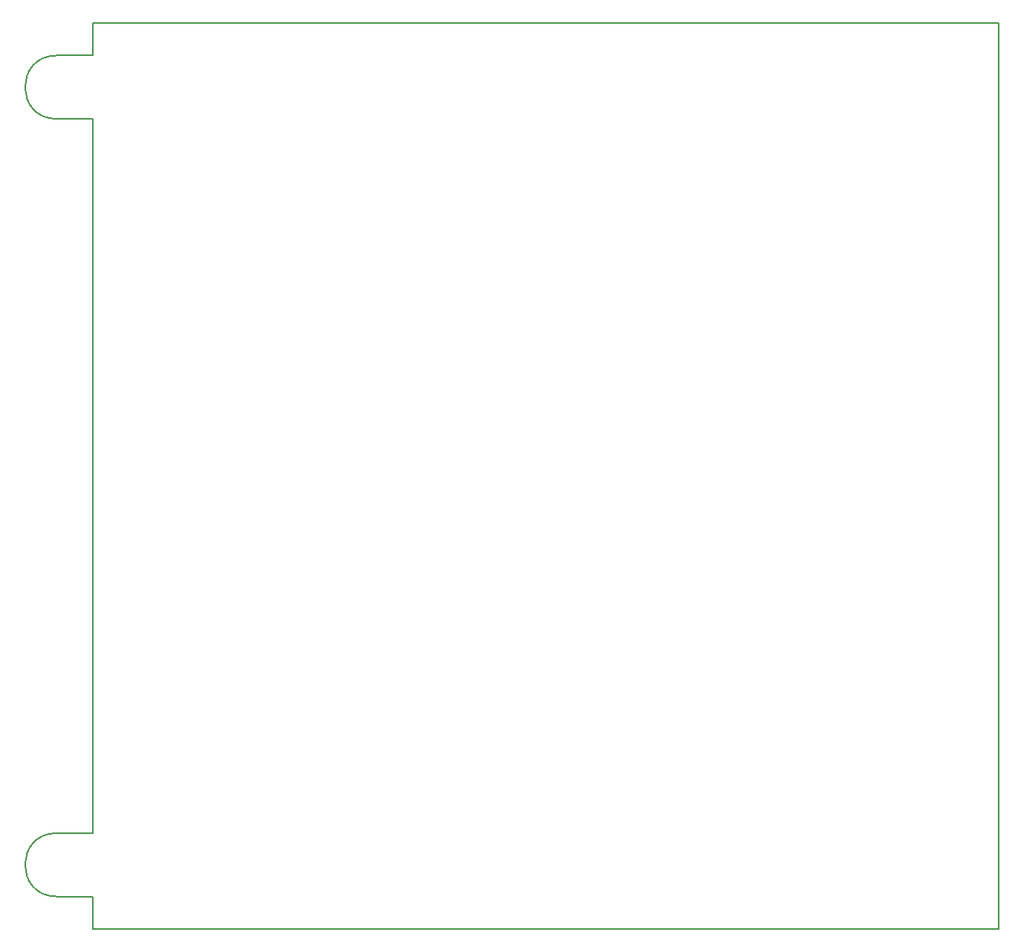
<source format=gbr>
G04 #@! TF.GenerationSoftware,KiCad,Pcbnew,(5.0.1)-3*
G04 #@! TF.CreationDate,2019-02-03T17:01:07-07:00*
G04 #@! TF.ProjectId,Snack Machine,536E61636B204D616368696E652E6B69,rev?*
G04 #@! TF.SameCoordinates,Original*
G04 #@! TF.FileFunction,Profile,NP*
%FSLAX46Y46*%
G04 Gerber Fmt 4.6, Leading zero omitted, Abs format (unit mm)*
G04 Created by KiCad (PCBNEW (5.0.1)-3) date 2/3/2019 5:01:07 PM*
%MOMM*%
%LPD*%
G01*
G04 APERTURE LIST*
%ADD10C,0.150000*%
G04 APERTURE END LIST*
D10*
X100000000Y-139450000D02*
X100000000Y-60550000D01*
X96000000Y-60550000D02*
G75*
G02X96000000Y-53550000I0J3500000D01*
G01*
X100000000Y-53550000D02*
X96000000Y-53550000D01*
X100000000Y-50000000D02*
X100000000Y-53550000D01*
X100000000Y-60550000D02*
X96000000Y-60550000D01*
X96000000Y-139450000D02*
X100000000Y-139450000D01*
X100000000Y-146450000D02*
X96000000Y-146450000D01*
X96000000Y-146450000D02*
G75*
G02X96000000Y-139450000I0J3500000D01*
G01*
X100000000Y-150000000D02*
X100000000Y-146450000D01*
X200000000Y-150000000D02*
X100000000Y-150000000D01*
X200000000Y-50000000D02*
X200000000Y-150000000D01*
X100000000Y-50000000D02*
X200000000Y-50000000D01*
M02*

</source>
